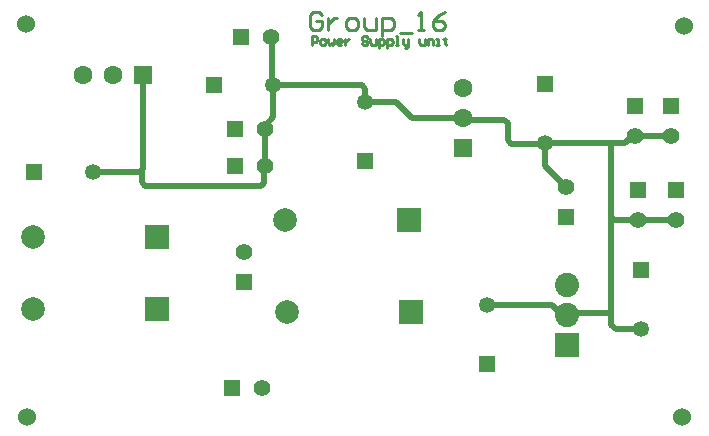
<source format=gtl>
G04*
G04 #@! TF.GenerationSoftware,Altium Limited,Altium Designer,20.2.5 (213)*
G04*
G04 Layer_Physical_Order=1*
G04 Layer_Color=255*
%FSLAX44Y44*%
%MOMM*%
G71*
G04*
G04 #@! TF.SameCoordinates,7541D054-3382-41C0-95A3-E9C1F66121CC*
G04*
G04*
G04 #@! TF.FilePolarity,Positive*
G04*
G01*
G75*
%ADD12C,0.2540*%
%ADD25C,2.0500*%
%ADD26R,2.0500X2.0500*%
%ADD29C,0.5080*%
%ADD30R,1.3500X1.3500*%
%ADD31C,1.3500*%
%ADD32R,1.4000X1.4000*%
%ADD33C,1.4000*%
%ADD34R,1.4000X1.4000*%
%ADD35C,1.5240*%
%ADD36C,1.6000*%
%ADD37R,1.6000X1.6000*%
%ADD38R,1.3500X1.3500*%
%ADD39C,2.0000*%
%ADD40R,2.0000X2.0000*%
%ADD41R,1.6000X1.6000*%
%ADD42C,1.6000*%
D12*
X273047Y363214D02*
X270508Y365753D01*
X265429D01*
X262890Y363214D01*
Y353058D01*
X265429Y350518D01*
X270508D01*
X273047Y353058D01*
Y358136D01*
X267968D01*
X278125Y360675D02*
Y350518D01*
Y355597D01*
X280664Y358136D01*
X283203Y360675D01*
X285743D01*
X295899Y350518D02*
X300978D01*
X303517Y353058D01*
Y358136D01*
X300978Y360675D01*
X295899D01*
X293360Y358136D01*
Y353058D01*
X295899Y350518D01*
X308595Y360675D02*
Y353058D01*
X311134Y350518D01*
X318752D01*
Y360675D01*
X323830Y345440D02*
Y360675D01*
X331448D01*
X333987Y358136D01*
Y353058D01*
X331448Y350518D01*
X323830D01*
X339065Y347979D02*
X349222D01*
X354300Y350518D02*
X359379D01*
X356840D01*
Y365753D01*
X354300Y363214D01*
X377153Y365753D02*
X372075Y363214D01*
X366996Y358136D01*
Y353058D01*
X369535Y350518D01*
X374614D01*
X377153Y353058D01*
Y355597D01*
X374614Y358136D01*
X366996D01*
X264433Y337650D02*
Y344760D01*
X267987D01*
X269172Y343575D01*
Y341205D01*
X267987Y340020D01*
X264433D01*
X272727Y337650D02*
X275097D01*
X276282Y338835D01*
Y341205D01*
X275097Y342390D01*
X272727D01*
X271542Y341205D01*
Y338835D01*
X272727Y337650D01*
X278652Y342390D02*
Y338835D01*
X279837Y337650D01*
X281022Y338835D01*
X282207Y337650D01*
X283392Y338835D01*
Y342390D01*
X289316Y337650D02*
X286947D01*
X285762Y338835D01*
Y341205D01*
X286947Y342390D01*
X289316D01*
X290501Y341205D01*
Y340020D01*
X285762D01*
X292871Y342390D02*
Y337650D01*
Y340020D01*
X294056Y341205D01*
X295241Y342390D01*
X296426D01*
X311830Y343575D02*
X310646Y344760D01*
X308276D01*
X307091Y343575D01*
Y342390D01*
X308276Y341205D01*
X310646D01*
X311830Y340020D01*
Y338835D01*
X310646Y337650D01*
X308276D01*
X307091Y338835D01*
X314200Y342390D02*
Y338835D01*
X315385Y337650D01*
X318940D01*
Y342390D01*
X321310Y335280D02*
Y342390D01*
X324865D01*
X326050Y341205D01*
Y338835D01*
X324865Y337650D01*
X321310D01*
X328420Y335280D02*
Y342390D01*
X331974D01*
X333159Y341205D01*
Y338835D01*
X331974Y337650D01*
X328420D01*
X335529D02*
X337899D01*
X336714D01*
Y344760D01*
X335529D01*
X341454Y342390D02*
Y338835D01*
X342639Y337650D01*
X346194D01*
Y336465D01*
X345009Y335280D01*
X343824D01*
X346194Y337650D02*
Y342390D01*
X355673D02*
Y338835D01*
X356858Y337650D01*
X360413D01*
Y342390D01*
X362783Y337650D02*
Y342390D01*
X366338D01*
X367523Y341205D01*
Y337650D01*
X369893D02*
X372263D01*
X371078D01*
Y342390D01*
X369893D01*
X377003Y343575D02*
Y342390D01*
X375818D01*
X378187D01*
X377003D01*
Y338835D01*
X378187Y337650D01*
D25*
X480384Y134365D02*
D03*
Y109015D02*
D03*
D26*
Y83665D02*
D03*
D29*
X541024Y189025D02*
X541126Y189128D01*
X572668D01*
X572770Y189230D01*
X462284Y234946D02*
Y254195D01*
Y234946D02*
X480060Y217170D01*
X223913Y234073D02*
X224790Y234950D01*
X223913Y220330D02*
Y234073D01*
X221818Y218235D02*
X223913Y220330D01*
X224790Y234950D02*
Y266700D01*
X232014Y276338D02*
Y303325D01*
X224790Y269114D02*
X232014Y276338D01*
X224790Y266700D02*
Y269114D01*
X229870Y344170D02*
X230942Y343098D01*
Y304397D02*
Y343098D01*
Y304397D02*
X232014Y303325D01*
X538484Y260145D02*
X538586Y260248D01*
X568858D01*
X568960Y260350D01*
X118948Y229665D02*
X120654Y231371D01*
X123630Y218235D02*
X221818D01*
X120654Y221211D02*
X123630Y218235D01*
X120654Y221211D02*
Y231371D01*
X121924Y232641D01*
X412754Y117505D02*
X467721D01*
X476211Y109015D01*
X480384D01*
X518164Y110285D02*
Y192001D01*
Y100561D02*
Y110285D01*
X480384Y109015D02*
X481654Y110285D01*
X518164D01*
X522010Y96715D02*
X543564D01*
X518164Y100561D02*
X522010Y96715D01*
X518164Y254195D02*
X530120D01*
X462284D02*
X518164D01*
Y192001D02*
Y254195D01*
X521140Y189025D02*
X541024D01*
X518164Y192001D02*
X521140Y189025D01*
X530120Y254195D02*
X536070Y260145D01*
X538484D01*
X430534Y256771D02*
Y271139D01*
X461884Y253795D02*
X462284Y254195D01*
X433510Y253795D02*
X461884D01*
X430534Y256771D02*
X433510Y253795D01*
X393704Y274115D02*
X427558D01*
X430534Y271139D01*
X392434Y275385D02*
X393704Y274115D01*
X349254Y275385D02*
X392434D01*
X309884Y288955D02*
X335684D01*
X349254Y275385D01*
X232014Y303325D02*
X306908D01*
X309884Y288955D02*
Y300349D01*
X306908Y303325D02*
X309884Y300349D01*
X121924Y232641D02*
Y312215D01*
X79614Y229665D02*
X118948D01*
D30*
X182014Y303325D02*
D03*
X29614Y229665D02*
D03*
D31*
X232014Y303325D02*
D03*
X462284Y254195D02*
D03*
X309884Y288955D02*
D03*
X543564Y96715D02*
D03*
X412754Y117505D02*
D03*
X79614Y229665D02*
D03*
D32*
X480060Y191770D02*
D03*
X572770Y214630D02*
D03*
X568960Y285750D02*
D03*
X538484Y285545D02*
D03*
X207014Y136955D02*
D03*
X541024Y214425D02*
D03*
D33*
X480060Y217170D02*
D03*
X572770Y189230D02*
D03*
X224790Y266700D02*
D03*
X229870Y344170D02*
D03*
X568960Y260350D02*
D03*
X222254Y46785D02*
D03*
X538484Y260145D02*
D03*
X207014Y162355D02*
D03*
X541024Y189025D02*
D03*
X224790Y234950D02*
D03*
D34*
X199390Y266700D02*
D03*
X204470Y344170D02*
D03*
X196854Y46785D02*
D03*
X199390Y234950D02*
D03*
D35*
X579495Y353281D02*
D03*
X22583Y355022D02*
D03*
X23480Y22901D02*
D03*
X577850Y22860D02*
D03*
D36*
X392434Y300785D02*
D03*
Y275385D02*
D03*
D37*
Y249985D02*
D03*
D38*
X462284Y304195D02*
D03*
X309884Y238955D02*
D03*
X543564Y146715D02*
D03*
X412754Y67505D02*
D03*
D39*
X242344Y189025D02*
D03*
X28984Y175055D02*
D03*
X243614Y111555D02*
D03*
X28984Y114095D02*
D03*
D40*
X346944Y189025D02*
D03*
X133584Y175055D02*
D03*
X348214Y111555D02*
D03*
X133584Y114095D02*
D03*
D41*
X121924Y312215D02*
D03*
D42*
X96524D02*
D03*
X71124D02*
D03*
M02*

</source>
